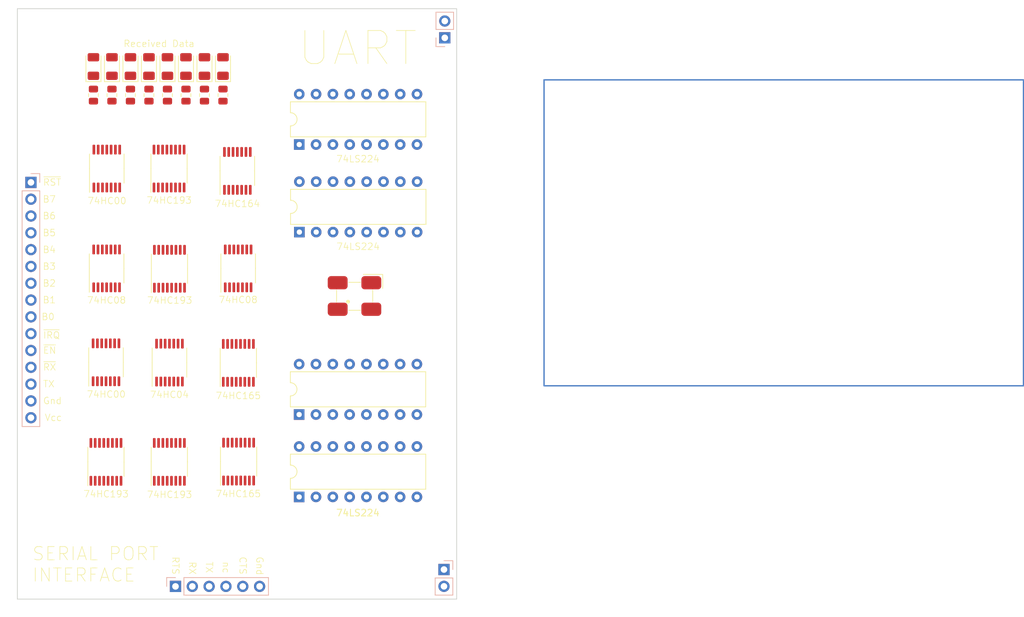
<source format=kicad_pcb>
(kicad_pcb (version 20211014) (generator pcbnew)
  (layers (0 "F.Cu" signal) (1 "In1.Cu" signal) (2 "In2.Cu" signal) (31 "B.Cu" signal) (34 "B.Paste" user) (35 "F.Paste" user) (36 "B.SilkS" user "B.Silkscreen") (37 "F.SilkS" user "F.Silkscreen") (38 "B.Mask" user) (39 "F.Mask" user) (44 "Edge.Cuts" user))
  (net 0 "")
  (net 1 "VCC")
  (net 2 "GND")
  (net 3 "BUS7")
  (net 4 "BUS6")
  (net 5 "BUS5")
  (net 6 "BUS4")
  (net 7 "BUS3")
  (net 8 "BUS2")
  (net 9 "BUS1")
  (net 10 "BUS0")
  (net 11 "/TX7")
  (net 14 "/TX6")
  (net 15 "/TX5")
  (net 16 "/TX4")
  (net 18 "/TX3")
  (net 21 "/TX2")
  (net 22 "/TX1")
  (net 23 "/TX0")
  (net 24 "SER_RTS")
  (net 25 "~{EN}")
  (net 26 "SER_RX")
  (net 27 "SER_TX")
  (net 32 "RX1")
  (net 33 "RX2")
  (net 34 "RX3")
  (net 35 "RX4")
  (net 36 "SER_CTS")
  (net 37 "~{RESET_BUFFERS}")
  (net 38 "RX7")
  (net 39 "RX0")
  (net 41 "RX5")
  (net 42 "RX6")
  (net 43 "TRANSMIT_BYTE")
  (net 44 "RECEIVE_BYTE")
  (net 48 "Net-(U1-Pad4)")
  (net 51 "Net-(U1-Pad11)")
  (net 53 "Net-(U1-Pad13)")
  (net 54 "UART_CLOCK")
  (net 55 "/TX_CLOCK")
  (net 58 "Net-(D1-Pad1)")
  (net 59 "Net-(D2-Pad1)")
  (net 60 "Net-(D3-Pad1)")
  (net 61 "Net-(D4-Pad1)")
  (net 62 "Net-(D5-Pad1)")
  (net 63 "Net-(D6-Pad1)")
  (net 64 "Net-(D7-Pad1)")
  (net 65 "Net-(D8-Pad1)")
  (net 69 "/TX_START")
  (net 70 "Net-(U4-Pad12)")
  (net 72 "TF_DATA_READ")
  (net 73 "~{RX_IRQ}")
  (net 74 "~{TRANSMIT_BYTE}")
  (net 75 "/WRITE")
  (net 79 "Net-(U6-Pad2)")
  (net 81 "Net-(U13-Pad2)")
  (net 82 "Net-(U13-Pad14)")
  (net 83 "/READ")
  (net 84 "Net-(U10-Pad10)")
  (net 85 "Net-(U12-Pad2)")
  (net 86 "Net-(U12-Pad14)")
  (net 87 "EN")
  (net 88 "Net-(U8-Pad1)")
  (net 89 "Net-(U15-Pad2)")
  (net 90 "Net-(U15-Pad14)")
  (net 91 "Net-(U18-Pad14)")
  (net 99 "~{RECEIVE_BYTE}")
  (net 100 "Net-(U5-Pad5)")
  (net 102 "Net-(U5-Pad8)")
  (footprint "Resistor_SMD:R_0805_2012Metric" (layer "F.Cu") (at 76.492 59.96 -90)
    (fp_text reference "R1" hide)
    (fp_text value "1kohm" hide)
    (pad "1" smd roundrect locked (at -0.9125 0 270) (size 1.025 1.4) (layers "F.Cu" "F.Paste" "F.Mask") (roundrect_rratio 0.243902) (net 58 "Net-(D1-Pad1)"))
    (pad "2" smd roundrect locked (at 0.9125 0 270) (size 1.025 1.4) (layers "F.Cu" "F.Paste" "F.Mask") (roundrect_rratio 0.243902) (net 2 "GND"))
  )
  (footprint "Resistor_SMD:R_0805_2012Metric" (layer "F.Cu") (at 79.286 59.96 -90)
    (fp_text reference "R2" hide)
    (fp_text value "1kohm" hide)
    (pad "1" smd roundrect locked (at -0.9125 0 270) (size 1.025 1.4) (layers "F.Cu" "F.Paste" "F.Mask") (roundrect_rratio 0.243902) (net 59 "Net-(D2-Pad1)"))
    (pad "2" smd roundrect locked (at 0.9125 0 270) (size 1.025 1.4) (layers "F.Cu" "F.Paste" "F.Mask") (roundrect_rratio 0.243902) (net 2 "GND"))
  )
  (footprint "Resistor_SMD:R_0805_2012Metric" (layer "F.Cu") (at 90.462 59.96 -90)
    (fp_text reference "R6" hide)
    (fp_text value "1kohm" hide)
    (pad "1" smd roundrect locked (at -0.9125 0 270) (size 1.025 1.4) (layers "F.Cu" "F.Paste" "F.Mask") (roundrect_rratio 0.243902) (net 63 "Net-(D6-Pad1)"))
    (pad "2" smd roundrect locked (at 0.9125 0 270) (size 1.025 1.4) (layers "F.Cu" "F.Paste" "F.Mask") (roundrect_rratio 0.243902) (net 2 "GND"))
  )
  (footprint "Resistor_SMD:R_0805_2012Metric" (layer "F.Cu") (at 96.05 59.96 -90)
    (fp_text reference "R8" hide)
    (fp_text value "1kohm" hide)
    (pad "1" smd roundrect locked (at -0.9125 0 270) (size 1.025 1.4) (layers "F.Cu" "F.Paste" "F.Mask") (roundrect_rratio 0.243902) (net 65 "Net-(D8-Pad1)"))
    (pad "2" smd roundrect locked (at 0.9125 0 270) (size 1.025 1.4) (layers "F.Cu" "F.Paste" "F.Mask") (roundrect_rratio 0.243902) (net 2 "GND"))
  )
  (footprint "Resistor_SMD:R_0805_2012Metric" (layer "F.Cu") (at 93.256 59.96 -90)
    (fp_text reference "R7" hide)
    (fp_text value "1kohm" hide)
    (pad "1" smd roundrect locked (at -0.9125 0 270) (size 1.025 1.4) (layers "F.Cu" "F.Paste" "F.Mask") (roundrect_rratio 0.243902) (net 64 "Net-(D7-Pad1)"))
    (pad "2" smd roundrect locked (at 0.9125 0 270) (size 1.025 1.4) (layers "F.Cu" "F.Paste" "F.Mask") (roundrect_rratio 0.243902) (net 2 "GND"))
  )
  (footprint "Resistor_SMD:R_0805_2012Metric" (layer "F.Cu") (at 87.668 59.96 -90)
    (fp_text reference "R5" hide)
    (fp_text value "1kohm" hide)
    (pad "1" smd roundrect locked (at -0.9125 0 270) (size 1.025 1.4) (layers "F.Cu" "F.Paste" "F.Mask") (roundrect_rratio 0.243902) (net 62 "Net-(D5-Pad1)"))
    (pad "2" smd roundrect locked (at 0.9125 0 270) (size 1.025 1.4) (layers "F.Cu" "F.Paste" "F.Mask") (roundrect_rratio 0.243902) (net 2 "GND"))
  )
  (footprint "Resistor_SMD:R_0805_2012Metric" (layer "F.Cu") (at 84.874 59.96 -90)
    (fp_text reference "R4" hide)
    (fp_text value "1kohm" hide)
    (pad "1" smd roundrect locked (at -0.9125 0 270) (size 1.025 1.4) (layers "F.Cu" "F.Paste" "F.Mask") (roundrect_rratio 0.243902) (net 61 "Net-(D4-Pad1)"))
    (pad "2" smd roundrect locked (at 0.9125 0 270) (size 1.025 1.4) (layers "F.Cu" "F.Paste" "F.Mask") (roundrect_rratio 0.243902) (net 2 "GND"))
  )
  (footprint "Resistor_SMD:R_0805_2012Metric" (layer "F.Cu") (at 82.08 59.96 -90)
    (fp_text reference "R3" hide)
    (fp_text value "1kohm" hide)
    (pad "1" smd roundrect locked (at -0.9125 0 270) (size 1.025 1.4) (layers "F.Cu" "F.Paste" "F.Mask") (roundrect_rratio 0.243902) (net 60 "Net-(D3-Pad1)"))
    (pad "2" smd roundrect locked (at 0.9125 0 270) (size 1.025 1.4) (layers "F.Cu" "F.Paste" "F.Mask") (roundrect_rratio 0.243902) (net 2 "GND"))
  )
  (footprint "LED_SMD:LED_1206_3216Metric" (layer "F.Cu") (at 96.05 55.642 90)
    (fp_text reference "D8" hide)
    (fp_text value "LED" hide)
    (pad "1" smd roundrect locked (at -1.4 0 90) (size 1.25 1.75) (layers "F.Cu" "F.Paste" "F.Mask") (roundrect_rratio 0.2) (net 65 "Net-(D8-Pad1)"))
    (pad "2" smd roundrect locked (at 1.4 0 90) (size 1.25 1.75) (layers "F.Cu" "F.Paste" "F.Mask") (roundrect_rratio 0.2) (net 23 "/TX0"))
  )
  (footprint "LED_SMD:LED_1206_3216Metric" (layer "F.Cu") (at 93.256 55.642 90)
    (fp_text reference "D7" hide)
    (fp_text value "LED" hide)
    (pad "1" smd roundrect locked (at -1.4 0 90) (size 1.25 1.75) (layers "F.Cu" "F.Paste" "F.Mask") (roundrect_rratio 0.2) (net 64 "Net-(D7-Pad1)"))
    (pad "2" smd roundrect locked (at 1.4 0 90) (size 1.25 1.75) (layers "F.Cu" "F.Paste" "F.Mask") (roundrect_rratio 0.2) (net 22 "/TX1"))
  )
  (footprint "LED_SMD:LED_1206_3216Metric" (layer "F.Cu") (at 90.462 55.642 90)
    (fp_text reference "D6" hide)
    (fp_text value "LED" hide)
    (pad "1" smd roundrect locked (at -1.4 0 90) (size 1.25 1.75) (layers "F.Cu" "F.Paste" "F.Mask") (roundrect_rratio 0.2) (net 63 "Net-(D6-Pad1)"))
    (pad "2" smd roundrect locked (at 1.4 0 90) (size 1.25 1.75) (layers "F.Cu" "F.Paste" "F.Mask") (roundrect_rratio 0.2) (net 21 "/TX2"))
  )
  (footprint "LED_SMD:LED_1206_3216Metric" (layer "F.Cu") (at 87.668 55.642 90)
    (fp_text reference "D5" hide)
    (fp_text value "LED" hide)
    (pad "1" smd roundrect locked (at -1.4 0 90) (size 1.25 1.75) (layers "F.Cu" "F.Paste" "F.Mask") (roundrect_rratio 0.2) (net 62 "Net-(D5-Pad1)"))
    (pad "2" smd roundrect locked (at 1.4 0 90) (size 1.25 1.75) (layers "F.Cu" "F.Paste" "F.Mask") (roundrect_rratio 0.2) (net 18 "/TX3"))
  )
  (footprint "LED_SMD:LED_1206_3216Metric" (layer "F.Cu") (at 84.874 55.642 90)
    (fp_text reference "D4" hide)
    (fp_text value "LED" hide)
    (pad "1" smd roundrect locked (at -1.4 0 90) (size 1.25 1.75) (layers "F.Cu" "F.Paste" "F.Mask") (roundrect_rratio 0.2) (net 61 "Net-(D4-Pad1)"))
    (pad "2" smd roundrect locked (at 1.4 0 90) (size 1.25 1.75) (layers "F.Cu" "F.Paste" "F.Mask") (roundrect_rratio 0.2) (net 16 "/TX4"))
  )
  (footprint "LED_SMD:LED_1206_3216Metric" (layer "F.Cu") (at 82.08 55.642 90)
    (fp_text reference "D3" hide)
    (fp_text value "LED" hide)
    (pad "1" smd roundrect locked (at -1.4 0 90) (size 1.25 1.75) (layers "F.Cu" "F.Paste" "F.Mask") (roundrect_rratio 0.2) (net 60 "Net-(D3-Pad1)"))
    (pad "2" smd roundrect locked (at 1.4 0 90) (size 1.25 1.75) (layers "F.Cu" "F.Paste" "F.Mask") (roundrect_rratio 0.2) (net 15 "/TX5"))
  )
  (footprint "LED_SMD:LED_1206_3216Metric" (layer "F.Cu") (at 79.286 55.642 90)
    (fp_text reference "D2" hide)
    (fp_text value "LED" hide)
    (pad "1" smd roundrect locked (at -1.4 0 90) (size 1.25 1.75) (layers "F.Cu" "F.Paste" "F.Mask") (roundrect_rratio 0.2) (net 59 "Net-(D2-Pad1)"))
    (pad "2" smd roundrect locked (at 1.4 0 90) (size 1.25 1.75) (layers "F.Cu" "F.Paste" "F.Mask") (roundrect_rratio 0.2) (net 14 "/TX6"))
  )
  (footprint "LED_SMD:LED_1206_3216Metric" (layer "F.Cu") (at 76.492 55.642 90)
    (fp_text reference "D1" hide)
    (fp_text value "LED" hide)
    (pad "1" smd roundrect locked (at -1.4 0 90) (size 1.25 1.75) (layers "F.Cu" "F.Paste" "F.Mask") (roundrect_rratio 0.2) (net 58 "Net-(D1-Pad1)"))
    (pad "2" smd roundrect locked (at 1.4 0 90) (size 1.25 1.75) (layers "F.Cu" "F.Paste" "F.Mask") (roundrect_rratio 0.2) (net 11 "/TX7"))
  )
  (footprint "Package_SO:TSSOP-16_4.4x5mm_P0.65mm" (layer "F.Cu") (at 98.41 115.34 90)
    (fp_text reference "U10" hide)
    (fp_text value "74LS165")
    (fp_text user "74HC165" (at -4.868 -0.042 unlocked) (layer "F.SilkS") (effects (font (thickness 0.1))))
    (pad "1" smd roundrect locked (at -2.8625 -2.275 90) (size 1.475 0.4) (layers "F.Cu" "F.Paste" "F.Mask") (net 69 "/TX_START"))
    (pad "2" smd roundrect locked (at -2.8625 -1.625 90) (size 1.475 0.4) (layers "F.Cu" "F.Paste" "F.Mask") (net 55 "/TX_CLOCK"))
    (pad "3" smd roundrect locked (at -2.8625 -0.975 90) (size 1.475 0.4) (layers "F.Cu" "F.Paste" "F.Mask") (net 32 "RX1"))
    (pad "4" smd roundrect locked (at -2.8625 -0.325 90) (size 1.475 0.4) (layers "F.Cu" "F.Paste" "F.Mask") (net 39 "RX0"))
    (pad "5" smd roundrect locked (at -2.8625 0.325 90) (size 1.475 0.4) (layers "F.Cu" "F.Paste" "F.Mask") (net 2 "GND"))
    (pad "6" smd roundrect locked (at -2.8625 0.975 90) (size 1.475 0.4) (layers "F.Cu" "F.Paste" "F.Mask") (net 1 "VCC"))
    (pad "7" smd roundrect locked (at -2.8625 1.625 90) (size 1.475 0.4) (layers "F.Cu" "F.Paste" "F.Mask"))
    (pad "8" smd roundrect locked (at -2.8625 2.275 90) (size 1.475 0.4) (layers "F.Cu" "F.Paste" "F.Mask") (net 2 "GND"))
    (pad "9" smd roundrect locked (at 2.8625 2.275 90) (size 1.475 0.4) (layers "F.Cu" "F.Paste" "F.Mask") (net 26 "SER_RX"))
    (pad "10" smd roundrect locked (at 2.8625 1.625 90) (size 1.475 0.4) (layers "F.Cu" "F.Paste" "F.Mask") (net 84 "Net-(U10-Pad10)"))
    (pad "11" smd roundrect locked (at 2.8625 0.975 90) (size 1.475 0.4) (layers "F.Cu" "F.Paste" "F.Mask") (net 41 "RX5"))
    (pad "12" smd roundrect locked (at 2.8625 0.325 90) (size 1.475 0.4) (layers "F.Cu" "F.Paste" "F.Mask") (net 35 "RX4"))
    (pad "13" smd roundrect locked (at 2.8625 -0.325 90) (size 1.475 0.4) (layers "F.Cu" "F.Paste" "F.Mask") (net 34 "RX3"))
    (pad "14" smd roundrect locked (at 2.8625 -0.975 90) (size 1.475 0.4) (layers "F.Cu" "F.Paste" "F.Mask") (net 33 "RX2"))
    (pad "15" smd roundrect locked (at 2.8625 -1.625 90) (size 1.475 0.4) (layers "F.Cu" "F.Paste" "F.Mask") (net 2 "GND"))
    (pad "16" smd roundrect locked (at 2.8625 -2.275 90) (size 1.475 0.4) (layers "F.Cu" "F.Paste" "F.Mask") (net 1 "VCC"))
  )
  (footprint "Package_SO:TSSOP-14_4.4x5mm_P0.65mm" (layer "F.Cu") (at 98.34 86.15 90)
    (fp_text reference "U14" hide)
    (fp_text value "74LS08")
    (fp_text user "74HC08" (at -4.738 0.002 unlocked) (layer "F.SilkS") (effects (font (thickness 0.1))))
    (pad "1" smd roundrect locked (at -2.8625 -1.95 90) (size 1.475 0.4) (layers "F.Cu" "F.Paste" "F.Mask") (net 87 "EN"))
    (pad "2" smd roundrect locked (at -2.8625 -1.3 90) (size 1.475 0.4) (layers "F.Cu" "F.Paste" "F.Mask") (net 44 "RECEIVE_BYTE"))
    (pad "3" smd roundrect locked (at -2.8625 -0.65 90) (size 1.475 0.4) (layers "F.Cu" "F.Paste" "F.Mask") (net 83 "/READ"))
    (pad "4" smd roundrect locked (at -2.8625 0 90) (size 1.475 0.4) (layers "F.Cu" "F.Paste" "F.Mask") (net 85 "Net-(U12-Pad2)"))
    (pad "5" smd roundrect locked (at -2.8625 0.65 90) (size 1.475 0.4) (layers "F.Cu" "F.Paste" "F.Mask") (net 81 "Net-(U13-Pad2)"))
    (pad "6" smd roundrect locked (at -2.8625 1.3 90) (size 1.475 0.4) (layers "F.Cu" "F.Paste" "F.Mask") (net 36 "SER_CTS"))
    (pad "7" smd roundrect locked (at -2.8625 1.95 90) (size 1.475 0.4) (layers "F.Cu" "F.Paste" "F.Mask") (net 2 "GND"))
    (pad "8" smd roundrect locked (at 2.8625 1.95 90) (size 1.475 0.4) (layers "F.Cu" "F.Paste" "F.Mask") (net 88 "Net-(U8-Pad1)"))
    (pad "9" smd roundrect locked (at 2.8625 1.3 90) (size 1.475 0.4) (layers "F.Cu" "F.Paste" "F.Mask") (net 86 "Net-(U12-Pad14)"))
    (pad "10" smd roundrect locked (at 2.8625 0.65 90) (size 1.475 0.4) (layers "F.Cu" "F.Paste" "F.Mask") (net 82 "Net-(U13-Pad14)"))
    (pad "11" smd roundrect locked (at 2.8625 0 90) (size 1.475 0.4) (layers "F.Cu" "F.Paste" "F.Mask"))
    (pad "12" smd roundrect locked (at 2.8625 -0.65 90) (size 1.475 0.4) (layers "F.Cu" "F.Paste" "F.Mask") (net 2 "GND"))
    (pad "13" smd roundrect locked (at 2.8625 -1.3 90) (size 1.475 0.4) (layers "F.Cu" "F.Paste" "F.Mask") (net 2 "GND"))
    (pad "14" smd roundrect locked (at 2.8625 -1.95 90) (size 1.475 0.4) (layers "F.Cu" "F.Paste" "F.Mask") (net 1 "VCC"))
  )
  (footprint "Package_SO:TSSOP-14_4.4x5mm_P0.65mm" (layer "F.Cu") (at 78.508 71.0595 90)
    (fp_text reference "U7" hide)
    (fp_text value "74LS00")
    (fp_text user "74HC00" (at -4.878 0.032 unlocked) (layer "F.SilkS") (effects (font (thickness 0.1))))
    (pad "1" smd roundrect locked (at -2.8625 -1.95 90) (size 1.475 0.4) (layers "F.Cu" "F.Paste" "F.Mask") (net 53 "Net-(U1-Pad13)"))
    (pad "2" smd roundrect locked (at -2.8625 -1.3 90) (size 1.475 0.4) (layers "F.Cu" "F.Paste" "F.Mask") (net 51 "Net-(U1-Pad11)"))
    (pad "3" smd roundrect locked (at -2.8625 -0.65 90) (size 1.475 0.4) (layers "F.Cu" "F.Paste" "F.Mask") (net 75 "/WRITE"))
    (pad "4" smd roundrect locked (at -2.8625 0 90) (size 1.475 0.4) (layers "F.Cu" "F.Paste" "F.Mask") (net 75 "/WRITE"))
    (pad "5" smd roundrect locked (at -2.8625 0.65 90) (size 1.475 0.4) (layers "F.Cu" "F.Paste" "F.Mask") (net 27 "SER_TX"))
    (pad "6" smd roundrect locked (at -2.8625 1.3 90) (size 1.475 0.4) (layers "F.Cu" "F.Paste" "F.Mask") (net 51 "Net-(U1-Pad11)"))
    (pad "7" smd roundrect locked (at -2.8625 1.95 90) (size 1.475 0.4) (layers "F.Cu" "F.Paste" "F.Mask") (net 2 "GND"))
    (pad "8" smd roundrect locked (at 2.8625 1.95 90) (size 1.475 0.4) (layers "F.Cu" "F.Paste" "F.Mask"))
    (pad "9" smd roundrect locked (at 2.8625 1.3 90) (size 1.475 0.4) (layers "F.Cu" "F.Paste" "F.Mask") (net 2 "GND"))
    (pad "10" smd roundrect locked (at 2.8625 0.65 90) (size 1.475 0.4) (layers "F.Cu" "F.Paste" "F.Mask") (net 2 "GND"))
    (pad "11" smd roundrect locked (at 2.8625 0 90) (size 1.475 0.4) (layers "F.Cu" "F.Paste" "F.Mask"))
    (pad "12" smd roundrect locked (at 2.8625 -0.65 90) (size 1.475 0.4) (layers "F.Cu" "F.Paste" "F.Mask") (net 2 "GND"))
    (pad "13" smd roundrect locked (at 2.8625 -1.3 90) (size 1.475 0.4) (layers "F.Cu" "F.Paste" "F.Mask") (net 2 "GND"))
    (pad "14" smd roundrect locked (at 2.8625 -1.95 90) (size 1.475 0.4) (layers "F.Cu" "F.Paste" "F.Mask") (net 1 "VCC"))
  )
  (footprint "Package_DIP:DIP-16_W7.62mm" (layer "F.Cu") (at 107.555 120.68 90)
    (fp_text reference "U15" hide)
    (fp_text value "74LS224" (at -2.41 8.865 180) (layer "F.SilkS"))
    (pad "1" thru_hole rect locked (at 0 0 90) (size 1.6 1.6) (drill 0.8) (layers *.Cu *.Mask) (net 69 "/TX_START"))
    (pad "2" thru_hole oval locked (at 0 2.54 90) (size 1.6 1.6) (drill 0.8) (layers *.Cu *.Mask) (net 89 "Net-(U15-Pad2)"))
    (pad "3" thru_hole oval locked (at 0 5.08 90) (size 1.6 1.6) (drill 0.8) (layers *.Cu *.Mask) (net 43 "TRANSMIT_BYTE"))
    (pad "4" thru_hole oval locked (at 0 7.62 90) (size 1.6 1.6) (drill 0.8) (layers *.Cu *.Mask) (net 10 "BUS0"))
    (pad "5" thru_hole oval locked (at 0 10.16 90) (size 1.6 1.6) (drill 0.8) (layers *.Cu *.Mask) (net 9 "BUS1"))
    (pad "6" thru_hole oval locked (at 0 12.7 90) (size 1.6 1.6) (drill 0.8) (layers *.Cu *.Mask) (net 8 "BUS2"))
    (pad "7" thru_hole oval locked (at 0 15.24 90) (size 1.6 1.6) (drill 0.8) (layers *.Cu *.Mask) (net 7 "BUS3"))
    (pad "8" thru_hole oval locked (at 0 17.78 90) (size 1.6 1.6) (drill 0.8) (layers *.Cu *.Mask) (net 2 "GND"))
    (pad "9" thru_hole oval locked (at 7.62 17.78 90) (size 1.6 1.6) (drill 0.8) (layers *.Cu *.Mask) (net 37 "~{RESET_BUFFERS}"))
    (pad "10" thru_hole oval locked (at 7.62 15.24 90) (size 1.6 1.6) (drill 0.8) (layers *.Cu *.Mask) (net 34 "RX3"))
    (pad "11" thru_hole oval locked (at 7.62 12.7 90) (size 1.6 1.6) (drill 0.8) (layers *.Cu *.Mask) (net 33 "RX2"))
    (pad "12" thru_hole oval locked (at 7.62 10.16 90) (size 1.6 1.6) (drill 0.8) (layers *.Cu *.Mask) (net 32 "RX1"))
    (pad "13" thru_hole oval locked (at 7.62 7.62 90) (size 1.6 1.6) (drill 0.8) (layers *.Cu *.Mask) (net 39 "RX0"))
    (pad "14" thru_hole oval locked (at 7.62 5.08 90) (size 1.6 1.6) (drill 0.8) (layers *.Cu *.Mask) (net 90 "Net-(U15-Pad14)"))
    (pad "15" thru_hole oval locked (at 7.62 2.54 90) (size 1.6 1.6) (drill 0.8) (layers *.Cu *.Mask) (net 69 "/TX_START"))
    (pad "16" thru_hole oval locked (at 7.62 0 90) (size 1.6 1.6) (drill 0.8) (layers *.Cu *.Mask) (net 1 "VCC"))
  )
  (footprint "Stephenv6:CFPS-72 SMD Clock" (layer "F.Cu") (at 115.9575 80.1425)
    (fp_text reference "Y1" hide)
    (fp_text value "Crystal_GND24")
    (pad "1" smd roundrect (at -2.59 12.18) (size 3 2) (layers "F.Cu" "F.Paste" "F.Mask"))
    (pad "2" smd roundrect (at 2.49 12.18) (size 3 2) (layers "F.Cu" "F.Paste" "F.Mask") (net 2 "GND"))
    (pad "3" smd roundrect (at 2.49 8.17) (size 3 2) (layers "F.Cu" "F.Paste" "F.Mask") (net 54 "UART_CLOCK"))
    (pad "4" smd roundrect (at -2.59 8.17) (size 3 2) (layers "F.Cu" "F.Paste" "F.Mask") (net 1 "VCC"))
  )
  (footprint "Package_DIP:DIP-16_W7.62mm" (layer "F.Cu") (at 107.55 108.23 90)
    (fp_text reference "U18" hide)
    (fp_text value "74LS224")
    (pad "1" thru_hole rect locked (at 0 0 90) (size 1.6 1.6) (drill 0.8) (layers *.Cu *.Mask) (net 69 "/TX_START"))
    (pad "2" thru_hole oval locked (at 0 2.54 90) (size 1.6 1.6) (drill 0.8) (layers *.Cu *.Mask) (net 100 "Net-(U5-Pad5)"))
    (pad "3" thru_hole oval locked (at 0 5.08 90) (size 1.6 1.6) (drill 0.8) (layers *.Cu *.Mask) (net 43 "TRANSMIT_BYTE"))
    (pad "4" thru_hole oval locked (at 0 7.62 90) (size 1.6 1.6) (drill 0.8) (layers *.Cu *.Mask) (net 6 "BUS4"))
    (pad "5" thru_hole oval locked (at 0 10.16 90) (size 1.6 1.6) (drill 0.8) (layers *.Cu *.Mask) (net 5 "BUS5"))
    (pad "6" thru_hole oval locked (at 0 12.7 90) (size 1.6 1.6) (drill 0.8) (layers *.Cu *.Mask) (net 4 "BUS6"))
    (pad "7" thru_hole oval locked (at 0 15.24 90) (size 1.6 1.6) (drill 0.8) (layers *.Cu *.Mask) (net 3 "BUS7"))
    (pad "8" thru_hole oval locked (at 0 17.78 90) (size 1.6 1.6) (drill 0.8) (layers *.Cu *.Mask) (net 2 "GND"))
    (pad "9" thru_hole oval locked (at 7.62 17.78 90) (size 1.6 1.6) (drill 0.8) (layers *.Cu *.Mask) (net 37 "~{RESET_BUFFERS}"))
    (pad "10" thru_hole oval locked (at 7.62 15.24 90) (size 1.6 1.6) (drill 0.8) (layers *.Cu *.Mask) (net 38 "RX7"))
    (pad "11" thru_hole oval locked (at 7.62 12.7 90) (size 1.6 1.6) (drill 0.8) (layers *.Cu *.Mask) (net 42 "RX6"))
    (pad "12" thru_hole oval locked (at 7.62 10.16 90) (size 1.6 1.6) (drill 0.8) (layers *.Cu *.Mask) (net 41 "RX5"))
    (pad "13" thru_hole oval locked (at 7.62 7.62 90) (size 1.6 1.6) (drill 0.8) (layers *.Cu *.Mask) (net 35 "RX4"))
    (pad "14" thru_hole oval locked (at 7.62 5.08 90) (size 1.6 1.6) (drill 0.8) (layers *.Cu *.Mask) (net 91 "Net-(U18-Pad14)"))
    (pad "15" thru_hole oval locked (at 7.62 2.54 90) (size 1.6 1.6) (drill 0.8) (layers *.Cu *.Mask) (net 69 "/TX_START"))
    (pad "16" thru_hole oval locked (at 7.62 0 90) (size 1.6 1.6) (drill 0.8) (layers *.Cu *.Mask) (net 1 "VCC"))
  )
  (footprint "Package_DIP:DIP-16_W7.62mm" (layer "F.Cu") (at 107.565 67.43 90)
    (fp_text reference "U12" hide)
    (fp_text value "74LS224" (at -2.18 8.865 180) (layer "F.SilkS") (effects (font (thickness 0.1))))
    (pad "1" thru_hole rect locked (at 0 0 90) (size 1.6 1.6) (drill 0.8) (layers *.Cu *.Mask) (net 83 "/READ"))
    (pad "2" thru_hole oval locked (at 0 2.54 90) (size 1.6 1.6) (drill 0.8) (layers *.Cu *.Mask) (net 85 "Net-(U12-Pad2)"))
    (pad "3" thru_hole oval locked (at 0 5.08 90) (size 1.6 1.6) (drill 0.8) (layers *.Cu *.Mask) (net 75 "/WRITE"))
    (pad "4" thru_hole oval locked (at 0 7.62 90) (size 1.6 1.6) (drill 0.8) (layers *.Cu *.Mask) (net 23 "/TX0"))
    (pad "5" thru_hole oval locked (at 0 10.16 90) (size 1.6 1.6) (drill 0.8) (layers *.Cu *.Mask) (net 22 "/TX1"))
    (pad "6" thru_hole oval locked (at 0 12.7 90) (size 1.6 1.6) (drill 0.8) (layers *.Cu *.Mask) (net 21 "/TX2"))
    (pad "7" thru_hole oval locked (at 0 15.24 90) (size 1.6 1.6) (drill 0.8) (layers *.Cu *.Mask) (net 18 "/TX3"))
    (pad "8" thru_hole oval locked (at 0 17.78 90) (size 1.6 1.6) (drill 0.8) (layers *.Cu *.Mask) (net 2 "GND"))
    (pad "9" thru_hole oval locked (at 7.62 17.78 90) (size 1.6 1.6) (drill 0.8) (layers *.Cu *.Mask) (net 37 "~{RESET_BUFFERS}"))
    (pad "10" thru_hole oval locked (at 7.62 15.24 90) (size 1.6 1.6) (drill 0.8) (layers *.Cu *.Mask) (net 7 "BUS3"))
    (pad "11" thru_hole oval locked (at 7.62 12.7 90) (size 1.6 1.6) (drill 0.8) (layers *.Cu *.Mask) (net 8 "BUS2"))
    (pad "12" thru_hole oval locked (at 7.62 10.16 90) (size 1.6 1.6) (drill 0.8) (layers *.Cu *.Mask) (net 9 "BUS1"))
    (pad "13" thru_hole oval locked (at 7.62 7.62 90) (size 1.6 1.6) (drill 0.8) (layers *.Cu *.Mask) (net 10 "BUS0"))
    (pad "14" thru_hole oval locked (at 7.62 5.08 90) (size 1.6 1.6) (drill 0.8) (layers *.Cu *.Mask) (net 86 "Net-(U12-Pad14)"))
    (pad "15" thru_hole oval locked (at 7.62 2.54 90) (size 1.6 1.6) (drill 0.8) (layers *.Cu *.Mask) (net 83 "/READ"))
    (pad "16" thru_hole oval locked (at 7.62 0 90) (size 1.6 1.6) (drill 0.8) (layers *.Cu *.Mask) (net 1 "VCC"))
  )
  (footprint "Package_SO:TSSOP-14_4.4x5mm_P0.65mm" (layer "F.Cu") (at 78.39 100.34 90)
    (fp_text reference "U6" hide)
    (fp_text value "74LS00")
    (fp_text user "74HC00" (at -4.836 0.036 unlocked) (layer "F.SilkS") (effects (font (thickness 0.1))))
    (pad "1" smd roundrect locked (at -2.8625 -1.95 90) (size 1.475 0.4) (layers "F.Cu" "F.Paste" "F.Mask") (net 72 "TF_DATA_READ"))
    (pad "2" smd roundrect locked (at -2.8625 -1.3 90) (size 1.475 0.4) (layers "F.Cu" "F.Paste" "F.Mask") (net 79 "Net-(U6-Pad2)"))
    (pad "3" smd roundrect locked (at -2.8625 -0.65 90) (size 1.475 0.4) (layers "F.Cu" "F.Paste" "F.Mask") (net 69 "/TX_START"))
    (pad "4" smd roundrect locked (at -2.8625 0 90) (size 1.475 0.4) (layers "F.Cu" "F.Paste" "F.Mask") (net 70 "Net-(U4-Pad12)"))
    (pad "5" smd roundrect locked (at -2.8625 0.65 90) (size 1.475 0.4) (layers "F.Cu" "F.Paste" "F.Mask") (net 69 "/TX_START"))
    (pad "6" smd roundrect locked (at -2.8625 1.3 90) (size 1.475 0.4) (layers "F.Cu" "F.Paste" "F.Mask") (net 72 "TF_DATA_READ"))
    (pad "7" smd roundrect locked (at -2.8625 1.95 90) (size 1.475 0.4) (layers "F.Cu" "F.Paste" "F.Mask") (net 2 "GND"))
    (pad "8" smd roundrect locked (at 2.8625 1.95 90) (size 1.475 0.4) (layers "F.Cu" "F.Paste" "F.Mask") (net 79 "Net-(U6-Pad2)"))
    (pad "9" smd roundrect locked (at 2.8625 1.3 90) (size 1.475 0.4) (layers "F.Cu" "F.Paste" "F.Mask") (net 24 "SER_RTS"))
    (pad "10" smd roundrect locked (at 2.8625 0.65 90) (size 1.475 0.4) (layers "F.Cu" "F.Paste" "F.Mask") (net 55 "/TX_CLOCK"))
    (pad "11" smd roundrect locked (at 2.8625 0 90) (size 1.475 0.4) (layers "F.Cu" "F.Paste" "F.Mask"))
    (pad "12" smd roundrect locked (at 2.8625 -0.65 90) (size 1.475 0.4) (layers "F.Cu" "F.Paste" "F.Mask") (net 2 "GND"))
    (pad "13" smd roundrect locked (at 2.8625 -1.3 90) (size 1.475 0.4) (layers "F.Cu" "F.Paste" "F.Mask") (net 2 "GND"))
    (pad "14" smd roundrect locked (at 2.8625 -1.95 90) (size 1.475 0.4) (layers "F.Cu" "F.Paste" "F.Mask") (net 1 "VCC"))
  )
  (footprint "Package_SO:TSSOP-16_4.4x5mm_P0.65mm" (layer "F.Cu") (at 87.97 86.2 90)
    (fp_text reference "U3" hide)
    (fp_text value "74LS193")
    (fp_text user "74HC193" (at -4.772 0.034 unlocked) (layer "F.SilkS") (effects (font (thickness 0.1))))
    (pad "1" smd roundrect locked (at -2.8625 -2.275 90) (size 1.475 0.4) (layers "F.Cu" "F.Paste" "F.Mask") (net 2 "GND"))
    (pad "2" smd roundrect locked (at -2.8625 -1.625 90) (size 1.475 0.4) (layers "F.Cu" "F.Paste" "F.Mask"))
    (pad "3" smd roundrect locked (at -2.8625 -0.975 90) (size 1.475 0.4) (layers "F.Cu" "F.Paste" "F.Mask"))
    (pad "4" smd roundrect locked (at -2.8625 -0.325 90) (size 1.475 0.4) (layers "F.Cu" "F.Paste" "F.Mask") (net 1 "VCC"))
    (pad "5" smd roundrect locked (at -2.8625 0.325 90) (size 1.475 0.4) (layers "F.Cu" "F.Paste" "F.Mask") (net 54 "UART_CLOCK"))
    (pad "6" smd roundrect locked (at -2.8625 0.975 90) (size 1.475 0.4) (layers "F.Cu" "F.Paste" "F.Mask"))
    (pad "7" smd roundrect locked (at -2.8625 1.625 90) (size 1.475 0.4) (layers "F.Cu" "F.Paste" "F.Mask") (net 48 "Net-(U1-Pad4)"))
    (pad "8" smd roundrect locked (at -2.8625 2.275 90) (size 1.475 0.4) (layers "F.Cu" "F.Paste" "F.Mask") (net 2 "GND"))
    (pad "9" smd roundrect locked (at 2.8625 2.275 90) (size 1.475 0.4) (layers "F.Cu" "F.Paste" "F.Mask") (net 2 "GND"))
    (pad "10" smd roundrect locked (at 2.8625 1.625 90) (size 1.475 0.4) (layers "F.Cu" "F.Paste" "F.Mask") (net 2 "GND"))
    (pad "11" smd roundrect locked (at 2.8625 0.975 90) (size 1.475 0.4) (layers "F.Cu" "F.Paste" "F.Mask") (net 1 "VCC"))
    (pad "12" smd roundrect locked (at 2.8625 0.325 90) (size 1.475 0.4) (layers "F.Cu" "F.Paste" "F.Mask"))
    (pad "13" smd roundrect locked (at 2.8625 -0.325 90) (size 1.475 0.4) (layers "F.Cu" "F.Paste" "F.Mask"))
    (pad "14" smd roundrect locked (at 2.8625 -0.975 90) (size 1.475 0.4) (layers "F.Cu" "F.Paste" "F.Mask") (net 75 "/WRITE"))
    (pad "15" smd roundrect locked (at 2.8625 -1.625 90) (size 1.475 0.4) (layers "F.Cu" "F.Paste" "F.Mask") (net 2 "GND"))
    (pad "16" smd roundrect locked (at 2.8625 -2.275 90) (size 1.475 0.4) (layers "F.Cu" "F.Paste" "F.Mask") (net 1 "VCC"))
  )
  (footprint "Package_SO:TSSOP-16_4.4x5mm_P0.65mm" (layer "F.Cu") (at 87.95 115.38 90)
    (fp_text reference "U2" hide)
    (fp_text value "74LS193")
    (fp_text user "74HC193" (at -4.948 0.032 unlocked) (layer "F.SilkS") (effects (font (thickness 0.1))))
    (pad "1" smd roundrect locked (at -2.8625 -2.275 90) (size 1.475 0.4) (layers "F.Cu" "F.Paste" "F.Mask") (net 2 "GND"))
    (pad "2" smd roundrect locked (at -2.8625 -1.625 90) (size 1.475 0.4) (layers "F.Cu" "F.Paste" "F.Mask"))
    (pad "3" smd roundrect locked (at -2.8625 -0.975 90) (size 1.475 0.4) (layers "F.Cu" "F.Paste" "F.Mask"))
    (pad "4" smd roundrect locked (at -2.8625 -0.325 90) (size 1.475 0.4) (layers "F.Cu" "F.Paste" "F.Mask") (net 1 "VCC"))
    (pad "5" smd roundrect locked (at -2.8625 0.325 90) (size 1.475 0.4) (layers "F.Cu" "F.Paste" "F.Mask") (net 54 "UART_CLOCK"))
    (pad "6" smd roundrect locked (at -2.8625 0.975 90) (size 1.475 0.4) (layers "F.Cu" "F.Paste" "F.Mask"))
    (pad "7" smd roundrect locked (at -2.8625 1.625 90) (size 1.475 0.4) (layers "F.Cu" "F.Paste" "F.Mask") (net 55 "/TX_CLOCK"))
    (pad "8" smd roundrect locked (at -2.8625 2.275 90) (size 1.475 0.4) (layers "F.Cu" "F.Paste" "F.Mask") (net 2 "GND"))
    (pad "9" smd roundrect locked (at 2.8625 2.275 90) (size 1.475 0.4) (layers "F.Cu" "F.Paste" "F.Mask") (net 2 "GND"))
    (pad "10" smd roundrect locked (at 2.8625 1.625 90) (size 1.475 0.4) (layers "F.Cu" "F.Paste" "F.Mask") (net 2 "GND"))
    (pad "11" smd roundrect locked (at 2.8625 0.975 90) (size 1.475 0.4) (layers "F.Cu" "F.Paste" "F.Mask") (net 1 "VCC"))
    (pad "12" smd roundrect locked (at 2.8625 0.325 90) (size 1.475 0.4) (layers "F.Cu" "F.Paste" "F.Mask"))
    (pad "13" smd roundrect locked (at 2.8625 -0.325 90) (size 1.475 0.4) (layers "F.Cu" "F.Paste" "F.Mask"))
    (pad "14" smd roundrect locked (at 2.8625 -0.975 90) (size 1.475 0.4) (layers "F.Cu" "F.Paste" "F.Mask") (net 2 "GND"))
    (pad "15" smd roundrect locked (at 2.8625 -1.625 90) (size 1.475 0.4) (layers "F.Cu" "F.Paste" "F.Mask") (net 2 "GND"))
    (pad "16" smd roundrect locked (at 2.8625 -2.275 90) (size 1.475 0.4) (layers "F.Cu" "F.Paste" "F.Mask") (net 1 "VCC"))
  )
  (footprint "Package_SO:TSSOP-14_4.4x5mm_P0.65mm" (layer "F.Cu") (at 87.97 100.38 90)
    (fp_text reference "U8" hide)
    (fp_text value "74LS04")
    (fp_text user "74HC04" (at -4.836 -0.006 unlocked) (layer "F.SilkS") (effects (font (thickness 0.1))))
    (pad "1" smd roundrect locked (at -2.8625 -1.95 90) (size 1.475 0.4) (layers "F.Cu" "F.Paste" "F.Mask") (net 88 "Net-(U8-Pad1)"))
    (pad "2" smd roundrect locked (at -2.8625 -1.3 90) (size 1.475 0.4) (layers "F.Cu" "F.Paste" "F.Mask") (net 73 "~{RX_IRQ}"))
    (pad "3" smd roundrect locked (at -2.8625 -0.65 90) (size 1.475 0.4) (layers "F.Cu" "F.Paste" "F.Mask") (net 99 "~{RECEIVE_BYTE}"))
    (pad "4" smd roundrect locked (at -2.8625 0 90) (size 1.475 0.4) (layers "F.Cu" "F.Paste" "F.Mask") (net 44 "RECEIVE_BYTE"))
    (pad "5" smd roundrect locked (at -2.8625 0.65 90) (size 1.475 0.4) (layers "F.Cu" "F.Paste" "F.Mask") (net 25 "~{EN}"))
    (pad "6" smd roundrect locked (at -2.8625 1.3 90) (size 1.475 0.4) (layers "F.Cu" "F.Paste" "F.Mask") (net 87 "EN"))
    (pad "7" smd roundrect locked (at -2.8625 1.95 90) (size 1.475 0.4) (layers "F.Cu" "F.Paste" "F.Mask") (net 2 "GND"))
    (pad "8" smd roundrect locked (at 2.8625 1.95 90) (size 1.475 0.4) (layers "F.Cu" "F.Paste" "F.Mask") (net 43 "TRANSMIT_BYTE"))
    (pad "9" smd roundrect locked (at 2.8625 1.3 90) (size 1.475 0.4) (layers "F.Cu" "F.Paste" "F.Mask") (net 74 "~{TRANSMIT_BYTE}"))
    (pad "10" smd roundrect locked (at 2.8625 0.65 90) (size 1.475 0.4) (layers "F.Cu" "F.Paste" "F.Mask") (net 24 "SER_RTS"))
    (pad "11" smd roundrect locked (at 2.8625 0 90) (size 1.475 0.4) (layers "F.Cu" "F.Paste" "F.Mask") (net 102 "Net-(U5-Pad8)"))
    (pad "12" smd roundrect locked (at 2.8625 -0.65 90) (size 1.475 0.4) (layers "F.Cu" "F.Paste" "F.Mask"))
    (pad "13" smd roundrect locked (at 2.8625 -1.3 90) (size 1.475 0.4) (layers "F.Cu" "F.Paste" "F.Mask") (net 2 "GND"))
    (pad "14" smd roundrect locked (at 2.8625 -1.95 90) (size 1.475 0.4) (layers "F.Cu" "F.Paste" "F.Mask") (net 1 "VCC"))
  )
  (footprint "Package_DIP:DIP-16_W7.62mm" (layer "F.Cu") (at 107.585 80.66 90)
    (fp_text reference "U13" hide)
    (fp_text value "74LS224" (at -2.188 8.875 180) (layer "F.SilkS") (effects (font (thickness 0.1))))
    (pad "1" thru_hole rect locked (at 0 0 90) (size 1.6 1.6) (drill 0.8) (layers *.Cu *.Mask) (net 83 "/READ"))
    (pad "2" thru_hole oval locked (at 0 2.54 90) (size 1.6 1.6) (drill 0.8) (layers *.Cu *.Mask) (net 81 "Net-(U13-Pad2)"))
    (pad "3" thru_hole oval locked (at 0 5.08 90) (size 1.6 1.6) (drill 0.8) (layers *.Cu *.Mask) (net 75 "/WRITE"))
    (pad "4" thru_hole oval locked (at 0 7.62 90) (size 1.6 1.6) (drill 0.8) (layers *.Cu *.Mask) (net 16 "/TX4"))
    (pad "5" thru_hole oval locked (at 0 10.16 90) (size 1.6 1.6) (drill 0.8) (layers *.Cu *.Mask) (net 15 "/TX5"))
    (pad "6" thru_hole oval locked (at 0 12.7 90) (size 1.6 1.6) (drill 0.8) (layers *.Cu *.Mask) (net 14 "/TX6"))
    (pad "7" thru_hole oval locked (at 0 15.24 90) (size 1.6 1.6) (drill 0.8) (layers *.Cu *.Mask) (net 11 "/TX7"))
    (pad "8" thru_hole oval locked (at 0 17.78 90) (size 1.6 1.6) (drill 0.8) (layers *.Cu *.Mask) (net 2 "GND"))
    (pad "9" thru_hole oval locked (at 7.62 17.78 90) (size 1.6 1.6) (drill 0.8) (layers *.Cu *.Mask) (net 37 "~{RESET_BUFFERS}"))
    (pad "10" thru_hole oval locked (at 7.62 15.24 90) (size 1.6 1.6) (drill 0.8) (layers *.Cu *.Mask) (net 3 "BUS7"))
    (pad "11" thru_hole oval locked (at 7.62 12.7 90) (size 1.6 1.6) (drill 0.8) (layers *.Cu *.Mask) (net 4 "BUS6"))
    (pad "12" thru_hole oval locked (at 7.62 10.16 90) (size 1.6 1.6) (drill 0.8) (layers *.Cu *.Mask) (net 5 "BUS5"))
    (pad "13" thru_hole oval locked (at 7.62 7.62 90) (size 1.6 1.6) (drill 0.8) (layers *.Cu *.Mask) (net 6 "BUS4"))
    (pad "14" thru_hole oval locked (at 7.62 5.08 90) (size 1.6 1.6) (drill 0.8) (layers *.Cu *.Mask) (net 82 "Net-(U13-Pad14)"))
    (pad "15" thru_hole oval locked (at 7.62 2.54 90) (size 1.6 1.6) (drill 0.8) (layers *.Cu *.Mask) (net 83 "/READ"))
    (pad "16" thru_hole oval locked (at 7.62 0 90) (size 1.6 1.6) (drill 0.8) (layers *.Cu *.Mask) (net 1 "VCC"))
  )
  (footprint "Package_SO:TSSOP-16_4.4x5mm_P0.65mm" (layer "F.Cu") (at 87.906 71.0595 90)
    (fp_text reference "U1" hide)
    (fp_text value "74LS193")
    (fp_text user "74HC193" (at -4.798 0.014 unlocked) (layer "F.SilkS") (effects (font (thickness 0.1))))
    (pad "1" smd roundrect locked (at -2.8625 -2.275 90) (size 1.475 0.4) (layers "F.Cu" "F.Paste" "F.Mask") (net 2 "GND"))
    (pad "2" smd roundrect locked (at -2.8625 -1.625 90) (size 1.475 0.4) (layers "F.Cu" "F.Paste" "F.Mask"))
    (pad "3" smd roundrect locked (at -2.8625 -0.975 90) (size 1.475 0.4) (layers "F.Cu" "F.Paste" "F.Mask"))
    (pad "4" smd roundrect locked (at -2.8625 -0.325 90) (size 1.475 0.4) (layers "F.Cu" "F.Paste" "F.Mask") (net 48 "Net-(U1-Pad4)"))
    (pad "5" smd roundrect locked (at -2.8625 0.325 90) (size 1.475 0.4) (layers "F.Cu" "F.Paste" "F.Mask") (net 1 "VCC"))
    (pad "6" smd roundrect locked (at -2.8625 0.975 90) (size 1.475 0.4) (layers "F.Cu" "F.Paste" "F.Mask"))
    (pad "7" smd roundrect locked (at -2.8625 1.625 90) (size 1.475 0.4) (layers "F.Cu" "F.Paste" "F.Mask"))
    (pad "8" smd roundrect locked (at -2.8625 2.275 90) (size 1.475 0.4) (layers "F.Cu" "F.Paste" "F.Mask") (net 2 "GND"))
    (pad "9" smd roundrect locked (at 2.8625 2.275 90) (size 1.475 0.4) (layers "F.Cu" "F.Paste" "F.Mask") (net 1 "VCC"))
    (pad "10" smd roundrect locked (at 2.8625 1.625 90) (size 1.475 0.4) (layers "F.Cu" "F.Paste" "F.Mask") (net 2 "GND"))
    (pad "11" smd roundrect locked (at 2.8625 0.975 90) (size 1.475 0.4) (layers "F.Cu" "F.Paste" "F.Mask") (net 51 "Net-(U1-Pad11)"))
    (pad "12" smd roundrect locked (at 2.8625 0.325 90) (size 1.475 0.4) (layers "F.Cu" "F.Paste" "F.Mask"))
    (pad "13" smd roundrect locked (at 2.8625 -0.325 90) (size 1.475 0.4) (layers "F.Cu" "F.Paste" "F.Mask") (net 53 "Net-(U1-Pad13)"))
    (pad "14" smd roundrect locked (at 2.8625 -0.975 90) (size 1.475 0.4) (layers "F.Cu" "F.Paste" "F.Mask") (net 2 "GND"))
    (pad "15" smd roundrect locked (at 2.8625 -1.625 90) (size 1.475 0.4) (layers "F.Cu" "F.Paste" "F.Mask") (net 1 "VCC"))
    (pad "16" smd roundrect locked (at 2.8625 -2.275 90) (size 1.475 0.4) (layers "F.Cu" "F.Paste" "F.Mask") (net 1 "VCC"))
  )
  (footprint "Package_SO:TSSOP-16_4.4x5mm_P0.65mm" (layer "F.Cu") (at 78.38 115.38 90)
    (fp_text reference "U4" hide)
    (fp_text value "74LS193")
    (fp_text user "74HC193" (at -4.858 0.024 unlocked) (layer "F.SilkS") (effects (font (thickness 0.1))))
    (pad "1" smd roundrect locked (at -2.8625 -2.275 90) (size 1.475 0.4) (layers "F.Cu" "F.Paste" "F.Mask") (net 2 "GND"))
    (pad "2" smd roundrect locked (at -2.8625 -1.625 90) (size 1.475 0.4) (layers "F.Cu" "F.Paste" "F.Mask"))
    (pad "3" smd roundrect locked (at -2.8625 -0.975 90) (size 1.475 0.4) (layers "F.Cu" "F.Paste" "F.Mask"))
    (pad "4" smd roundrect locked (at -2.8625 -0.325 90) (size 1.475 0.4) (layers "F.Cu" "F.Paste" "F.Mask") (net 1 "VCC"))
    (pad "5" smd roundrect locked (at -2.8625 0.325 90) (size 1.475 0.4) (layers "F.Cu" "F.Paste" "F.Mask") (net 55 "/TX_CLOCK"))
    (pad "6" smd roundrect locked (at -2.8625 0.975 90) (size 1.475 0.4) (layers "F.Cu" "F.Paste" "F.Mask"))
    (pad "7" smd roundrect locked (at -2.8625 1.625 90) (size 1.475 0.4) (layers "F.Cu" "F.Paste" "F.Mask"))
    (pad "8" smd roundrect locked (at -2.8625 2.275 90) (size 1.475 0.4) (layers "F.Cu" "F.Paste" "F.Mask") (net 2 "GND"))
    (pad "9" smd roundrect locked (at 2.8625 2.275 90) (size 1.475 0.4) (layers "F.Cu" "F.Paste" "F.Mask") (net 2 "GND"))
    (pad "10" smd roundrect locked (at 2.8625 1.625 90) (size 1.475 0.4) (layers "F.Cu" "F.Paste" "F.Mask") (net 1 "VCC"))
    (pad "11" smd roundrect locked (at 2.8625 0.975 90) (size 1.475 0.4) (layers "F.Cu" "F.Paste" "F.Mask") (net 69 "/TX_START"))
    (pad "12" smd roundrect locked (at 2.8625 0.325 90) (size 1.475 0.4) (layers "F.Cu" "F.Paste" "F.Mask") (net 70 "Net-(U4-Pad12)"))
    (pad "13" smd roundrect locked (at 2.8625 -0.325 90) (size 1.475 0.4) (layers "F.Cu" "F.Paste" "F.Mask"))
    (pad "14" smd roundrect locked (at 2.8625 -0.975 90) (size 1.475 0.4) (layers "F.Cu" "F.Paste" "F.Mask") (net 2 "GND"))
    (pad "15" smd roundrect locked (at 2.8625 -1.625 90) (size 1.475 0.4) (layers "F.Cu" "F.Paste" "F.Mask") (net 1 "VCC"))
    (pad "16" smd roundrect locked (at 2.8625 -2.275 90) (size 1.475 0.4) (layers "F.Cu" "F.Paste" "F.Mask") (net 1 "VCC"))
  )
  (footprint "Package_SO:TSSOP-16_4.4x5mm_P0.65mm" (layer "F.Cu") (at 98.37 100.42 90)
    (fp_text reference "U11" hide)
    (fp_text value "74LS165")
    (fp_text user "74HC165" (at -4.968 -0.004 unlocked) (layer "F.SilkS") (effects (font (thickness 0.1))))
    (pad "1" smd roundrect locked (at -2.8625 -2.275 90) (size 1.475 0.4) (layers "F.Cu" "F.Paste" "F.Mask") (net 69 "/TX_START"))
    (pad "2" smd roundrect locked (at -2.8625 -1.625 90) (size 1.475 0.4) (layers "F.Cu" "F.Paste" "F.Mask") (net 55 "/TX_CLOCK"))
    (pad "3" smd roundrect locked (at -2.8625 -0.975 90) (size 1.475 0.4) (layers "F.Cu" "F.Paste" "F.Mask") (net 1 "VCC"))
    (pad "4" smd roundrect locked (at -2.8625 -0.325 90) (size 1.475 0.4) (layers "F.Cu" "F.Paste" "F.Mask") (net 1 "VCC"))
    (pad "5" smd roundrect locked (at -2.8625 0.325 90) (size 1.475 0.4) (layers "F.Cu" "F.Paste" "F.Mask") (net 38 "RX7"))
    (pad "6" smd roundrect locked (at -2.8625 0.975 90) (size 1.475 0.4) (layers "F.Cu" "F.Paste" "F.Mask") (net 42 "RX6"))
    (pad "7" smd roundrect locked (at -2.8625 1.625 90) (size 1.475 0.4) (layers "F.Cu" "F.Paste" "F.Mask"))
    (pad "8" smd roundrect locked (at -2.8625 2.275 90) (size 1.475 0.4) (layers "F.Cu" "F.Paste" "F.Mask") (net 2 "GND"))
    (pad "9" smd roundrect locked (at 2.8625 2.275 90) (size 1.475 0.4) (layers "F.Cu" "F.Paste" "F.Mask") (net 84 "Net-(U10-Pad10)"))
    (pad "10" smd roundrect locked (at 2.8625 1.625 90) (size 1.475 0.4) (layers "F.Cu" "F.Paste" "F.Mask") (net 1 "VCC"))
    (pad "11" smd roundrect locked (at 2.8625 0.975 90) (size 1.475 0.4) (layers "F.Cu" "F.Paste" "F.Mask") (net 1 "VCC"))
    (pad "12" smd roundrect locked (at 2.8625 0.325 90) (size 1.475 0.4) (layers "F.Cu" "F.Paste" "F.Mask") (net 1 "VCC"))
    (pad "13" smd roundrect locked (at 2.8625 -0.325 90) (size 1.475 0.4) (layers "F.Cu" "F.Paste" "F.Mask") (net 1 "VCC"))
    (pad "14" smd roundrect locked (at 2.8625 -0.975 90) (size 1.475 0.4) (layers "F.Cu" "F.Paste" "F.Mask") (net 1 "VCC"))
    (pad "15" smd roundrect locked (at 2.8625 -1.625 90) (size 1.475 0.4) (layers "F.Cu" "F.Paste" "F.Mask") (net 2 "GND"))
    (pad "16" smd roundrect locked (at 2.8625 -2.275 90) (size 1.475 0.4) (layers "F.Cu" "F.Paste" "F.Mask") (net 1 "VCC"))
  )
  (footprint "Package_SO:TSSOP-14_4.4x5mm_P0.65mm" (layer "F.Cu") (at 78.48 86.15 90)
    (fp_text reference "U5" hide)
    (fp_text value "74LS08")
    (fp_text user "74HC08" (at -4.802 -0.008 unlocked) (layer "F.SilkS") (effects (font (thickness 0.1))))
    (pad "1" smd roundrect locked (at -2.8625 -1.95 90) (size 1.475 0.4) (layers "F.Cu" "F.Paste" "F.Mask") (net 43 "TRANSMIT_BYTE"))
    (pad "2" smd roundrect locked (at -2.8625 -1.3 90) (size 1.475 0.4) (layers "F.Cu" "F.Paste" "F.Mask") (net 87 "EN"))
    (pad "3" smd roundrect locked (at -2.8625 -0.65 90) (size 1.475 0.4) (layers "F.Cu" "F.Paste" "F.Mask") (net 43 "TRANSMIT_BYTE"))
    (pad "4" smd roundrect locked (at -2.8625 0 90) (size 1.475 0.4) (layers "F.Cu" "F.Paste" "F.Mask") (net 89 "Net-(U15-Pad2)"))
    (pad "5" smd roundrect locked (at -2.8625 0.65 90) (size 1.475 0.4) (layers "F.Cu" "F.Paste" "F.Mask") (net 100 "Net-(U5-Pad5)"))
    (pad "6" smd roundrect locked (at -2.8625 1.3 90) (size 1.475 0.4) (layers "F.Cu" "F.Paste" "F.Mask"))
    (pad "7" smd roundrect locked (at -2.8625 1.95 90) (size 1.475 0.4) (layers "F.Cu" "F.Paste" "F.Mask") (net 2 "GND"))
    (pad "8" smd roundrect locked (at 2.8625 1.95 90) (size 1.475 0.4) (layers "F.Cu" "F.Paste" "F.Mask") (net 102 "Net-(U5-Pad8)"))
    (pad "9" smd roundrect locked (at 2.8625 1.3 90) (size 1.475 0.4) (layers "F.Cu" "F.Paste" "F.Mask") (net 90 "Net-(U15-Pad14)"))
    (pad "10" smd roundrect locked (at 2.8625 0.65 90) (size 1.475 0.4) (layers "F.Cu" "F.Paste" "F.Mask") (net 91 "Net-(U18-Pad14)"))
    (pad "11" smd roundrect locked (at 2.8625 0 90) (size 1.475 0.4) (layers "F.Cu" "F.Paste" "F.Mask"))
    (pad "12" smd roundrect locked (at 2.8625 -0.65 90) (size 1.475 0.4) (layers "F.Cu" "F.Paste" "F.Mask") (net 2 "GND"))
    (pad "13" smd roundrect locked (at 2.8625 -1.3 90) (size 1.475 0.4) (layers "F.Cu" "F.Paste" "F.Mask") (net 2 "GND"))
    (pad "14" smd roundrect locked (at 2.8625 -1.95 90) (size 1.475 0.4) (layers "F.Cu" "F.Paste" "F.Mask") (net 1 "VCC"))
  )
  (footprint "Package_SO:TSSOP-14_4.4x5mm_P0.65mm" (layer "F.Cu") (at 98.22 71.41 90)
    (fp_text reference "U9" hide)
    (fp_text value "74HC164")
    (fp_text user "74HC164" (at -4.962 0.014 unlocked) (layer "F.SilkS") (effects (font (thickness 0.1))))
    (pad "1" smd roundrect locked (at -2.8625 -1.95 90) (size 1.475 0.4) (layers "F.Cu" "F.Paste" "F.Mask") (net 27 "SER_TX"))
    (pad "2" smd roundrect locked (at -2.8625 -1.3 90) (size 1.475 0.4) (layers "F.Cu" "F.Paste" "F.Mask") (net 1 "VCC"))
    (pad "3" smd roundrect locked (at -2.8625 -0.65 90) (size 1.475 0.4) (layers "F.Cu" "F.Paste" "F.Mask") (net 23 "/TX0"))
    (pad "4" smd roundrect locked (at -2.8625 0 90) (size 1.475 0.4) (layers "F.Cu" "F.Paste" "F.Mask") (net 22 "/TX1"))
    (pad "5" smd roundrect locked (at -2.8625 0.65 90) (size 1.475 0.4) (layers "F.Cu" "F.Paste" "F.Mask") (net 21 "/TX2"))
    (pad "6" smd roundrect locked (at -2.8625 1.3 90) (size 1.475 0.4) (layers "F.Cu" "F.Paste" "F.Mask") (net 18 "/TX3"))
    (pad "7" smd roundrect locked (at -2.8625 1.95 90) (size 1.475 0.4) (layers "F.Cu" "F.Paste" "F.Mask") (net 2 "GND"))
    (pad "8" smd roundrect locked (at 2.8625 1.95 90) (size 1.475 0.4) (layers "F.Cu" "F.Paste" "F.Mask") (net 48 "Net-(U1-Pad4)"))
    (pad "9" smd roundrect locked (at 2.8625 1.3 90) (size 1.475 0.4) (layers "F.Cu" "F.Paste" "F.Mask") (net 1 "VCC"))
    (pad "10" smd roundrect locked (at 2.8625 0.65 90) (size 1.475 0.4) (layers "F.Cu" "F.Paste" "F.Mask") (net 16 "/TX4"))
    (pad "11" smd roundrect locked (at 2.8625 0 90) (size 1.475 0.4) (layers "F.Cu" "F.Paste" "F.Mask") (net 15 "/TX5"))
    (pad "12" smd roundrect locked (at 2.8625 -0.65 90) (size 1.475 0.4) (layers "F.Cu" "F.Paste" "F.Mask") (net 14 "/TX6"))
    (pad "13" smd roundrect locked (at 2.8625 -1.3 90) (size 1.475 0.4) (layers "F.Cu" "F.Paste" "F.Mask") (net 11 "/TX7"))
    (pad "14" smd roundrect locked (at 2.8625 -1.95 90) (size 1.475 0.4) (layers "F.Cu" "F.Paste" "F.Mask") (net 1 "VCC"))
  )
  (footprint "Connector_PinHeader_2.54mm:PinHeader_1x02_P2.54mm_Vertical" (layer "B.Cu") (at 129.54 51.308)
    (fp_text reference "J3" hide)
    (fp_text value "Conn_01x02")
    (pad "1" thru_hole rect locked (at 0 0) (size 1.7 1.7) (drill 1) (layers *.Cu *.Mask))
    (pad "2" thru_hole oval locked (at 0 -2.54) (size 1.7 1.7) (drill 1) (layers *.Cu *.Mask))
  )
  (footprint "Connector_PinHeader_2.54mm:PinHeader_1x06_P2.54mm_Vertical" (layer "B.Cu") (at 88.88 134.2 -90)
    (fp_text reference "J1" hide)
    (fp_text value "Conn_01x06")
    (pad "1" thru_hole rect locked (at 0 0 270) (size 1.7 1.7) (drill 1) (layers *.Cu *.Mask) (net 24 "SER_RTS"))
    (pad "2" thru_hole oval locked (at 0 -2.54 270) (size 1.7 1.7) (drill 1) (layers *.Cu *.Mask) (net 26 "SER_RX"))
    (pad "3" thru_hole oval locked (at 0 -5.08 270) (size 1.7 1.7) (drill 1) (layers *.Cu *.Mask) (net 27 "SER_TX"))
    (pad "4" thru_hole oval locked (at 0 -7.62 270) (size 1.7 1.7) (drill 1) (layers *.Cu *.Mask))
    (pad "5" thru_hole oval locked (at 0 -10.16 270) (size 1.7 1.7) (drill 1) (layers *.Cu *.Mask) (net 36 "SER_CTS"))
    (pad "6" thru_hole oval locked (at 0 -12.7 270) (size 1.7 1.7) (drill 1) (layers *.Cu *.Mask) (net 2 "GND"))
  )
  (footprint "Connector_PinHeader_2.54mm:PinHeader_1x02_P2.54mm_Vertical" (layer "B.Cu") (at 129.42 131.65 180)
    (fp_text reference "J4" hide)
    (fp_text value "Conn_01x02")
    (pad "1" thru_hole rect locked (at 0 0 180) (size 1.7 1.7) (drill 1) (layers *.Cu *.Mask))
    (pad "2" thru_hole oval locked (at 0 -2.54 180) (size 1.7 1.7) (drill 1) (layers *.Cu *.Mask))
  )
  (footprint "Connector_PinHeader_2.54mm:PinHeader_1x15_P2.54mm_Vertical" (layer "B.Cu") (at 67.056 73.152 180)
    (fp_text reference "J2" hide)
    (fp_text value "Conn_01x15")
    (pad "1" thru_hole rect locked (at 0 0 180) (size 1.7 1.7) (drill 1) (layers *.Cu *.Mask) (net 37 "~{RESET_BUFFERS}"))
    (pad "2" thru_hole oval locked (at 0 -2.54 180) (size 1.7 1.7) (drill 1) (layers *.Cu *.Mask) (net 10 "BUS0"))
    (pad "3" thru_hole oval locked (at 0 -5.08 180) (size 1.7 1.7) (drill 1) (layers *.Cu *.Mask) (net 9 "BUS1"))
    (pad "4" thru_hole oval locked (at 0 -7.62 180) (size 1.7 1.7) (drill 1) (layers *.Cu *.Mask) (net 8 "BUS2"))
    (pad "5" thru_hole oval locked (at 0 -10.16 180) (size 1.7 1.7) (drill 1) (layers *.Cu *.Mask) (net 7 "BUS3"))
    (pad "6" thru_hole oval locked (at 0 -12.7 180) (size 1.7 1.7) (drill 1) (layers *.Cu *.Mask) (net 6 "BUS4"))
    (pad "7" thru_hole oval locked (at 0 -15.24 180) (size 1.7 1.7) (drill 1) (layers *.Cu *.Mask) (net 5 "BUS5"))
    (pad "8" thru_hole oval locked (at 0 -17.78 180) (size 1.7 1.7) (drill 1) (layers *.Cu *.Mask) (net 4 "BUS6"))
    (pad "9" thru_hole oval locked (at 0 -20.32 180) (size 1.7 1.7) (drill 1) (layers *.Cu *.Mask) (net 3 "BUS7"))
    (pad "10" thru_hole oval locked (at 0 -22.86 180) (size 1.7 1.7) (drill 1) (layers *.Cu *.Mask) (net 73 "~{RX_IRQ}"))
    (pad "11" thru_hole oval locked (at 0 -25.4 180) (size 1.7 1.7) (drill 1) (layers *.Cu *.Mask) (net 25 "~{EN}"))
    (pad "12" thru_hole oval locked (at 0 -27.94 180) (size 1.7 1.7) (drill 1) (layers *.Cu *.Mask) (net 44 "RECEIVE_BYTE"))
    (pad "13" thru_hole oval locked (at 0 -30.48 180) (size 1.7 1.7) (drill 1) (layers *.Cu *.Mask) (net 43 "TRANSMIT_BYTE"))
    (pad "14" thru_hole oval locked (at 0 -33.02 180) (size 1.7 1.7) (drill 1) (layers *.Cu *.Mask) (net 2 "GND"))
    (pad "15" thru_hole oval locked (at 0 -35.56 180) (size 1.7 1.7) (drill 1) (layers *.Cu *.Mask) (net 1 "VCC"))
  )
  (gr_rect (start 144.526 57.658) (end 216.916 103.886) (layer "B.Cu") (width 0.2) (fill none))
  (gr_rect (start 65.006 46.904) (end 131.336 136.124) (layer "Edge.Cuts") (width 0.12) (fill none))
  (gr_text "B2" (at 70.868 88.39) (layer "F.SilkS") (effects (font (size 1 1) (thickness 0.1)) (justify right)))
  (gr_text "TX" (at 68.836 103.612) (layer "F.SilkS") (effects (font (size 1 1) (thickness 0.1)) (justify left)))
  (gr_text "~{RX}" (at 68.836 101.072) (layer "F.SilkS") (effects (font (size 1 1) (thickness 0.1)) (justify left)))
  (gr_text "Gnd" (at 101.59 129.63 270) (layer "F.SilkS") (effects (font (size 1 1) (thickness 0.1)) (justify left)))
  (gr_text "Gnd" (at 68.836 106.152) (layer "F.SilkS") (effects (font (size 1 1) (thickness 0.1)) (justify left)))
  (gr_text "B6" (at 70.868 78.212) (layer "F.SilkS") (effects (font (size 1 1) (thickness 0.1)) (justify right)))
  (gr_text "B5" (at 70.868 80.77) (layer "F.SilkS") (effects (font (size 1 1) (thickness 0.1)) (justify right)))
  (gr_text "Vcc" (at 69.09 108.692) (layer "F.SilkS") (effects (font (size 1 1) (thickness 0.1)) (justify left)))
  (gr_text "B0" (at 70.68 93.46) (layer "F.SilkS") (effects (font (size 1 1) (thickness 0.1)) (justify right)))
  (gr_text "RTS" (at 88.89 129.63 270) (layer "F.SilkS") (effects (font (size 1 1) (thickness 0.1)) (justify left)))
  (gr_text "B3" (at 70.868 85.85) (layer "F.SilkS") (effects (font (size 1 1) (thickness 0.1)) (justify right)))
  (gr_text "B7" (at 70.868 75.69) (layer "F.SilkS") (effects (font (size 1 1) (thickness 0.1)) (justify right)))
  (gr_text "TX" (at 93.97 130.392 270) (layer "F.SilkS") (effects (font (size 1 1) (thickness 0.1)) (justify left)))
  (gr_text "~{IRQ}" (at 68.836 96.246) (layer "F.SilkS") (effects (font (size 1 1) (thickness 0.1)) (justify left)))
  (gr_text "SERIAL PORT\nINTERFACE" (at 67.17 130.87) (layer "F.SilkS") (effects (font (size 2 2) (thickness 0.1)) (justify left)))
  (gr_text "B1" (at 70.868 90.912) (layer "F.SilkS") (effects (font (size 1 1) (thickness 0.1)) (justify right)))
  (gr_text "~{EN}" (at 68.836 98.532) (layer "F.SilkS") (effects (font (size 1 1) (thickness 0.1)) (justify left)))
  (gr_text "UART" (at 116.39 52.89) (layer "F.SilkS") (effects (font (size 5 5) (thickness 0.1))))
  (gr_text "nc" (at 96.51 130.392 270) (layer "F.SilkS") (effects (font (size 1 1) (thickness 0.1)) (justify left)))
  (gr_text "B4" (at 70.868 83.31) (layer "F.SilkS") (effects (font (size 1 1) (thickness 0.1)) (justify right)))
  (gr_text "RX" (at 91.43 130.392 270) (layer "F.SilkS") (effects (font (size 1 1) (thickness 0.1)) (justify left)))
  (gr_text "~{RST}" (at 68.836 73.132) (layer "F.SilkS") (effects (font (size 1 1) (thickness 0.1)) (justify left)))
  (gr_text "Received Data" (at 86.398 52.1895) (layer "F.SilkS") (effects (font (size 1 1) (thickness 0.1))))
  (gr_text "CTS" (at 99.05 129.63 270) (layer "F.SilkS") (effects (font (size 1 1) (thickness 0.1)) (justify left)))
)
</source>
